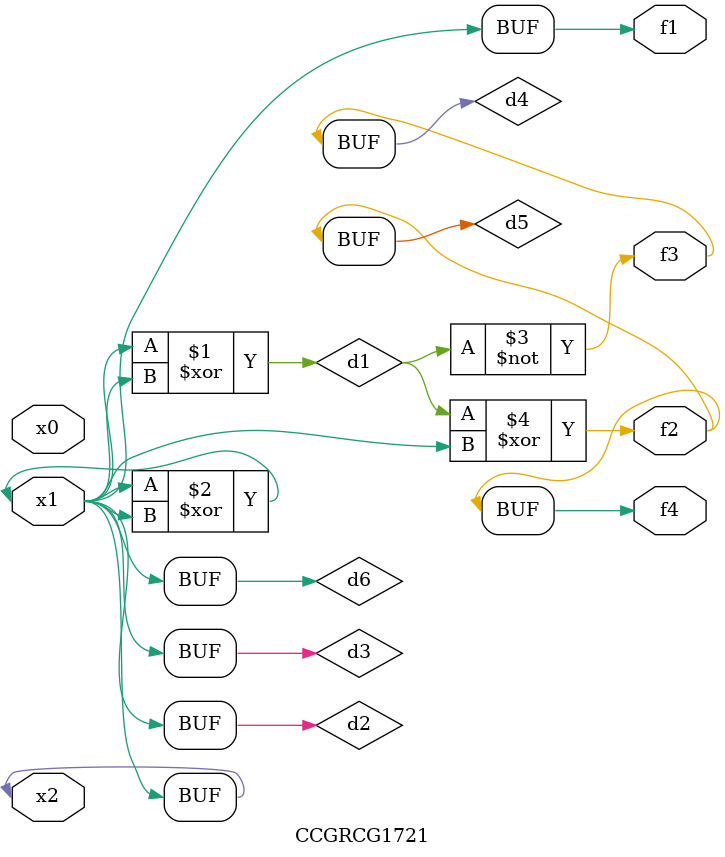
<source format=v>
module CCGRCG1721(
	input x0, x1, x2,
	output f1, f2, f3, f4
);

	wire d1, d2, d3, d4, d5, d6;

	xor (d1, x1, x2);
	buf (d2, x1, x2);
	xor (d3, x1, x2);
	nor (d4, d1);
	xor (d5, d1, d2);
	buf (d6, d2, d3);
	assign f1 = d6;
	assign f2 = d5;
	assign f3 = d4;
	assign f4 = d5;
endmodule

</source>
